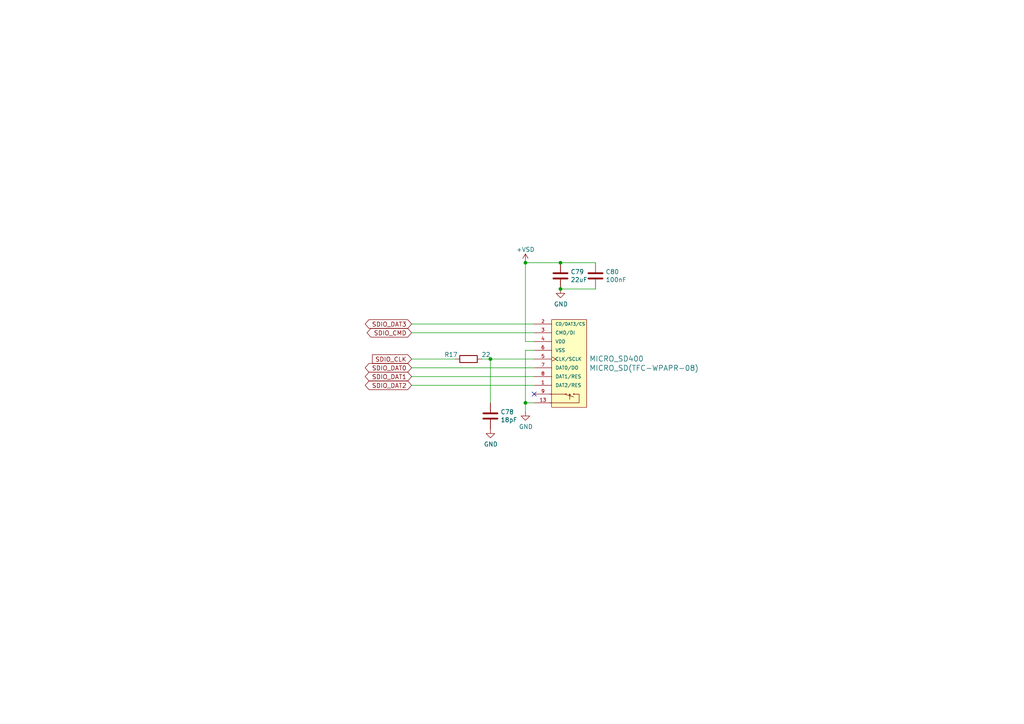
<source format=kicad_sch>
(kicad_sch (version 20231120) (generator "eeschema") (generator_version "8.0")
  (paper "A4")
  (title_block (title "Storage") (date "2024-06-09") (rev "R0.10") (company "Copyright 2024 Anhang Li, Wenting Zhang") (comment 2 "MERCHANTABILITY, SATISFACTORY QUALITY AND FITNESS FOR A PARTICULAR PURPOSE.") (comment 3 "This source is distributed WITHOUT ANY EXPRESS OR IMPLIED WARRANTY, INCLUDING OF") (comment 4 "This source describes Open Hardware and is licensed under the CERN-OHL-P v2."))
  (lib_symbols
    (symbol "Device:C" (pin_numbers hide) (pin_names (offset 0.254))
      (property "Reference" "C" (at 0.635 2.54 0))
      (property "Value" "C" (at 0.635 -2.54 0))
      (symbol "C_0_1"
        (polyline (pts (xy -2.032 -0.762) (xy 2.032 -0.762)) (stroke (width 0.508)))
        (polyline (pts (xy -2.032 0.762) (xy 2.032 0.762)) (stroke (width 0.508)))
      )
      (symbol "C_1_1"
        (pin passive line (at 0 3.81 270) (length 2.794) (name "~") (number "1"))
        (pin passive line (at 0 -3.81 90) (length 2.794) (name "~") (number "2"))
      )
    )
    (symbol "Device:R" (pin_numbers hide) (pin_names (offset 0))
      (property "Reference" "R" (at 2.032 0 90))
      (property "Value" "R" (at 0 0 90))
      (symbol "R_0_1"
        (rectangle (start -1.016 -2.54) (end 1.016 2.54) (stroke (width 0.254)))
      )
      (symbol "R_1_1"
        (pin passive line (at 0 3.81 270) (length 1.27) (name "~") (number "1"))
        (pin passive line (at 0 -3.81 90) (length 1.27) (name "~") (number "2"))
      )
    )
    (symbol "Sitina:MICRO_SD(TFC-WPAPR-08)" (pin_names (offset 1.016))
      (property "Reference" "MICRO_SD" (at 2.54 15.24 0))
      (property "Value" "MICRO_SD(TFC-WPAPR-08)" (at 0 -12.7 0))
      (symbol "MICRO_SD(TFC-WPAPR-08)_0_0"
        (rectangle (start -2.54 13.97) (end 7.62 -11.43) (fill (type background)))
        (polyline (pts (xy 2.6416 -7.5946) (xy 2.4638 -7.8994)))
        (polyline (pts (xy 2.6924 -7.6962) (xy 2.6924 -9.1694)))
        (polyline (pts (xy 2.667 -7.5438) (xy 2.921 -7.9756) (xy 2.8956 -7.9756)))
      )
      (symbol "MICRO_SD(TFC-WPAPR-08)_0_1"
        (polyline (pts (xy -3.048 -7.6454) (xy 1.2954 -7.6454)))
        (polyline (pts (xy 1.7018 -7.7978) (xy 3.81 -8.4582)))
        (polyline (pts (xy -3.1496 -10.16) (xy 5.4102 -10.16) (xy 5.4102 -7.6454) (xy 4.1402 -7.6454)))
        (circle (center 1.5494 -7.6454) (radius 0.1524))
        (circle (center 3.8862 -7.62) (radius 0.1524))
      )
      (symbol "MICRO_SD(TFC-WPAPR-08)_1_1"
        (pin bidirectional line (at -7.62 -5.08 0) (length 5.08) (name "DAT2/RES") (number "1"))
        (pin passive line (at -7.62 -10.16 0) (length 5.08) hide (name "~") (number "10"))
        (pin passive line (at -7.62 -10.16 0) (length 5.08) hide (name "~") (number "11"))
        (pin passive line (at -7.62 -10.16 0) (length 5.08) hide (name "~") (number "12"))
        (pin passive line (at -7.62 -10.16 0) (length 5.08) (name "~") (number "13"))
        (pin bidirectional line (at -7.62 12.7 0) (length 5.08) (name "CD/DAT3/CS") (number "2"))
        (pin input line (at -7.62 10.16 0) (length 5.08) (name "CMD/DI") (number "3"))
        (pin power_in line (at -7.62 7.62 0) (length 5.08) (name "VDD") (number "4"))
        (pin input clock (at -7.62 2.54 0) (length 5.08) (name "CLK/SCLK") (number "5"))
        (pin power_in line (at -7.62 5.08 0) (length 5.08) (name "VSS") (number "6"))
        (pin bidirectional line (at -7.62 0 0) (length 5.08) (name "DAT0/DO") (number "7"))
        (pin bidirectional line (at -7.62 -2.54 0) (length 5.08) (name "DAT1/RES") (number "8"))
        (pin passive line (at -7.62 -7.62 0) (length 5.08) (name "~") (number "9"))
      )
    )
    (symbol "power:GND" (power) (pin_names (offset 0))
      (property "Value" "GND" (at 0 -3.81 0))
      (symbol "GND_0_1"
        (polyline (pts (xy 0 0) (xy 0 -1.27) (xy 1.27 -1.27) (xy 0 -2.54) (xy -1.27 -1.27) (xy 0 -1.27)))
      )
      (symbol "GND_1_1"
        (pin power_in line (at 0 0 270) (length 0) hide (name "GND") (number "1"))
      )
    )
    (symbol "symbols:+VSD" (power) (pin_names (offset 0))
      (property "Value" "+VSD" (at 0 3.556 0))
      (symbol "+VSD_0_1"
        (polyline (pts (xy -0.762 1.27) (xy 0 2.54)))
        (polyline (pts (xy 0 0) (xy 0 2.54)))
        (polyline (pts (xy 0 2.54) (xy 0.762 1.27)))
      )
      (symbol "+VSD_1_1"
        (pin power_in line (at 0 0 90) (length 0) hide (name "+VSD") (number "1"))
      )
    )
  )
  (junction (at 162.56 83.82) (diameter 0.9144))
  (junction (at 162.56 76.2) (diameter 0.9144))
  (junction (at 152.4 76.2))
  (junction (at 152.4 116.84))
  (junction (at 142.24 104.14) (diameter 0.9144))
  (no_connect (at 154.94 114.3))
  (wire (pts (xy 152.4 116.84) (xy 154.94 116.84)))
  (wire (pts (xy 139.7 104.14) (xy 142.24 104.14)))
  (wire (pts (xy 152.4 76.2) (xy 162.56 76.2)))
  (wire (pts (xy 154.94 101.6) (xy 152.4 101.6)))
  (wire (pts (xy 119.38 111.76) (xy 154.94 111.76)))
  (wire (pts (xy 152.4 99.06) (xy 154.94 99.06)))
  (wire (pts (xy 142.24 104.14) (xy 154.94 104.14)))
  (wire (pts (xy 119.38 104.14) (xy 132.08 104.14)))
  (wire (pts (xy 172.72 83.82) (xy 162.56 83.82)))
  (wire (pts (xy 119.38 106.68) (xy 154.94 106.68)))
  (wire (pts (xy 142.24 104.14) (xy 142.24 116.84)))
  (wire (pts (xy 152.4 116.84) (xy 152.4 119.38)))
  (wire (pts (xy 119.38 93.98) (xy 154.94 93.98)))
  (wire (pts (xy 172.72 76.2) (xy 162.56 76.2)))
  (wire (pts (xy 119.38 96.52) (xy 154.94 96.52)))
  (wire (pts (xy 119.38 109.22) (xy 154.94 109.22)))
  (wire (pts (xy 152.4 101.6) (xy 152.4 116.84)))
  (wire (pts (xy 152.4 76.2) (xy 152.4 99.06)))
  (global_label "SDIO_DAT1" (shape bidirectional) (at 119.38 109.22 180) (property "Intersheetrefs" "${INTERSHEET_REFS}" (effects (hide yes))))
  (global_label "SDIO_DAT2" (shape bidirectional) (at 119.38 111.76 180) (property "Intersheetrefs" "${INTERSHEET_REFS}" (effects (hide yes))))
  (global_label "SDIO_DAT0" (shape bidirectional) (at 119.38 106.68 180) (property "Intersheetrefs" "${INTERSHEET_REFS}" (effects (hide yes))))
  (global_label "SDIO_CMD" (shape bidirectional) (at 119.38 96.52 180) (property "Intersheetrefs" "${INTERSHEET_REFS}" (effects (hide yes))))
  (global_label "SDIO_DAT3" (shape bidirectional) (at 119.38 93.98 180) (property "Intersheetrefs" "${INTERSHEET_REFS}" (effects (hide yes))))
  (global_label "SDIO_CLK" (shape input) (at 119.38 104.14 180) (property "Intersheetrefs" "${INTERSHEET_REFS}" (effects (hide yes))))
  (symbol (lib_id "power:GND") (at 142.24 124.46 0) (unit 1)
    (property "Reference" "#PWR062" (effects (hide yes)))
    (property "Value" "GND" (at 142.367 128.8542 0))
  )
  (symbol (lib_id "power:GND") (at 152.4 119.38 0) (unit 1)
    (property "Reference" "#PWR064" (effects (hide yes)))
    (property "Value" "GND" (at 152.527 123.7742 0))
  )
  (symbol (lib_id "Device:C") (at 172.72 80.01 0) (unit 1)
    (property "Reference" "C80" (at 175.641 78.842 0) (effects (justify left)))
    (property "Value" "100nF" (at 175.641 81.153 0) (effects (justify left)))
    (property "Footprint" "Capacitor_SMD:C_0402_1005Metric" (effects (hide yes)))
  )
  (symbol (lib_id "Device:C") (at 142.24 120.65 0) (unit 1)
    (property "Reference" "C78" (at 145.161 119.4816 0) (effects (justify left)))
    (property "Value" "18pF" (at 145.161 121.793 0) (effects (justify left)))
    (property "Footprint" "Capacitor_SMD:C_0402_1005Metric" (effects (hide yes)))
  )
  (symbol (lib_id "power:GND") (at 162.56 83.82 0) (unit 1)
    (property "Reference" "#PWR065" (effects (hide yes)))
    (property "Value" "GND" (at 162.687 88.2142 0))
  )
  (symbol (lib_id "Device:C") (at 162.56 80.01 0) (unit 1)
    (property "Reference" "C79" (at 165.481 78.842 0) (effects (justify left)))
    (property "Value" "22uF" (at 165.481 81.153 0) (effects (justify left)))
    (property "Footprint" "Capacitor_SMD:C_0603_1608Metric" (effects (hide yes)))
  )
  (symbol (lib_id "Device:R") (at 135.89 104.14 270) (unit 1)
    (property "Reference" "R17" (at 130.81 102.87 90))
    (property "Value" "22" (at 140.97 102.87 90))
    (property "Footprint" "Resistor_SMD:R_0402_1005Metric" (effects (hide yes)))
  )
  (symbol (lib_id "Sitina:MICRO_SD(TFC-WPAPR-08)") (at 162.56 106.68 0) (unit 1)
    (property "Reference" "MICRO_SD400" (at 170.8912 104.0638 0) (effects (font (size 1.524 1.524)) (justify left)))
    (property "Value" "MICRO_SD(TFC-WPAPR-08)" (at 170.8912 106.7562 0) (effects (font (size 1.524 1.524)) (justify left)))
    (property "Footprint" "footprints:TFC-WPAPR-08" (effects (hide yes)))
    (instances (project "Sitina" (path "" (reference "MICRO_SD400") (unit 1))) (project "pcb" (path "" (reference "MICRO_SD1") (unit 1))))
  )
  (symbol (lib_id "symbols:+VSD") (at 152.4 76.2 0) (unit 1)
    (property "Reference" "#PWR063" (effects (hide yes)))
    (property "Value" "+VSD" (at 152.4 72.39 0))
  )
)
</source>
